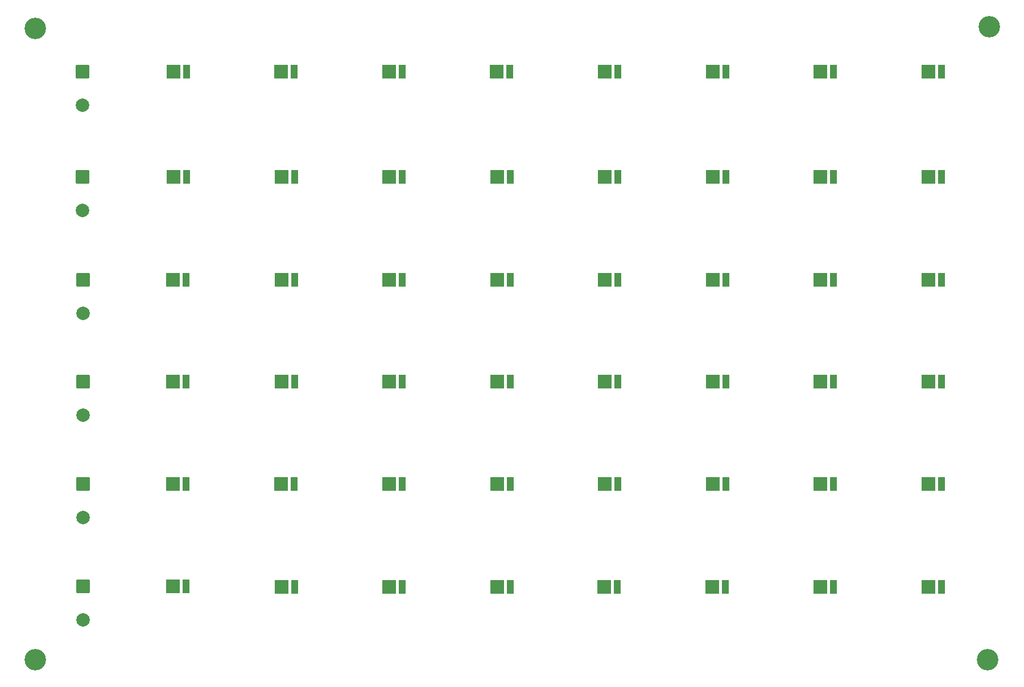
<source format=gbr>
%TF.GenerationSoftware,KiCad,Pcbnew,7.0.9*%
%TF.CreationDate,2023-12-10T21:52:56+01:00*%
%TF.ProjectId,Led Panel,4c656420-5061-46e6-956c-2e6b69636164,rev?*%
%TF.SameCoordinates,Original*%
%TF.FileFunction,Soldermask,Top*%
%TF.FilePolarity,Negative*%
%FSLAX46Y46*%
G04 Gerber Fmt 4.6, Leading zero omitted, Abs format (unit mm)*
G04 Created by KiCad (PCBNEW 7.0.9) date 2023-12-10 21:52:56*
%MOMM*%
%LPD*%
G01*
G04 APERTURE LIST*
G04 Aperture macros list*
%AMRoundRect*
0 Rectangle with rounded corners*
0 $1 Rounding radius*
0 $2 $3 $4 $5 $6 $7 $8 $9 X,Y pos of 4 corners*
0 Add a 4 corners polygon primitive as box body*
4,1,4,$2,$3,$4,$5,$6,$7,$8,$9,$2,$3,0*
0 Add four circle primitives for the rounded corners*
1,1,$1+$1,$2,$3*
1,1,$1+$1,$4,$5*
1,1,$1+$1,$6,$7*
1,1,$1+$1,$8,$9*
0 Add four rect primitives between the rounded corners*
20,1,$1+$1,$2,$3,$4,$5,0*
20,1,$1+$1,$4,$5,$6,$7,0*
20,1,$1+$1,$6,$7,$8,$9,0*
20,1,$1+$1,$8,$9,$2,$3,0*%
G04 Aperture macros list end*
%ADD10R,2.100000X2.100000*%
%ADD11R,1.000000X2.100000*%
%ADD12RoundRect,0.102000X-0.900000X0.900000X-0.900000X-0.900000X0.900000X-0.900000X0.900000X0.900000X0*%
%ADD13C,2.004000*%
%ADD14C,3.200000*%
G04 APERTURE END LIST*
D10*
%TO.C,LED48*%
X179200000Y-106700000D03*
D11*
X181150000Y-106700000D03*
%TD*%
D10*
%TO.C,LED47*%
X163100000Y-106700000D03*
D11*
X165050000Y-106700000D03*
%TD*%
D10*
%TO.C,LED46*%
X147000000Y-106700000D03*
D11*
X148950000Y-106700000D03*
%TD*%
D10*
%TO.C,LED45*%
X130950000Y-106700000D03*
D11*
X132900000Y-106700000D03*
%TD*%
D10*
%TO.C,LED44*%
X114975000Y-106700000D03*
D11*
X116925000Y-106700000D03*
%TD*%
D10*
%TO.C,LED43*%
X98900000Y-106700000D03*
D11*
X100850000Y-106700000D03*
%TD*%
D10*
%TO.C,LED42*%
X82875000Y-106700000D03*
D11*
X84825000Y-106700000D03*
%TD*%
D10*
%TO.C,LED41*%
X66775000Y-106680000D03*
D11*
X68725000Y-106680000D03*
%TD*%
D10*
%TO.C,LED40*%
X179150000Y-91400000D03*
D11*
X181100000Y-91400000D03*
%TD*%
D10*
%TO.C,LED39*%
X163100000Y-91400000D03*
D11*
X165050000Y-91400000D03*
%TD*%
D10*
%TO.C,LED38*%
X147075000Y-91400000D03*
D11*
X149025000Y-91400000D03*
%TD*%
D10*
%TO.C,LED37*%
X130975000Y-91400000D03*
D11*
X132925000Y-91400000D03*
%TD*%
D10*
%TO.C,LED36*%
X114975000Y-91400000D03*
D11*
X116925000Y-91400000D03*
%TD*%
D10*
%TO.C,LED35*%
X98875000Y-91400000D03*
D11*
X100825000Y-91400000D03*
%TD*%
D10*
%TO.C,LED34*%
X82850000Y-91400000D03*
D11*
X84800000Y-91400000D03*
%TD*%
D10*
%TO.C,LED33*%
X66775000Y-91440000D03*
D11*
X68725000Y-91440000D03*
%TD*%
D10*
%TO.C,LED32*%
X179175000Y-76200000D03*
D11*
X181125000Y-76200000D03*
%TD*%
D10*
%TO.C,LED31*%
X163075000Y-76200000D03*
D11*
X165025000Y-76200000D03*
%TD*%
D10*
%TO.C,LED30*%
X147075000Y-76200000D03*
D11*
X149025000Y-76200000D03*
%TD*%
D10*
%TO.C,LED29*%
X130975000Y-76200000D03*
D11*
X132925000Y-76200000D03*
%TD*%
D10*
%TO.C,LED28*%
X114975000Y-76200000D03*
D11*
X116925000Y-76200000D03*
%TD*%
D10*
%TO.C,LED27*%
X98875000Y-76200000D03*
D11*
X100825000Y-76200000D03*
%TD*%
D10*
%TO.C,LED26*%
X82875000Y-76200000D03*
D11*
X84825000Y-76200000D03*
%TD*%
D10*
%TO.C,LED25*%
X66775000Y-76200000D03*
D11*
X68725000Y-76200000D03*
%TD*%
D10*
%TO.C,LED24*%
X179200000Y-61000000D03*
D11*
X181150000Y-61000000D03*
%TD*%
D10*
%TO.C,LED23*%
X163075000Y-61000000D03*
D11*
X165025000Y-61000000D03*
%TD*%
D10*
%TO.C,LED22*%
X147100000Y-61000000D03*
D11*
X149050000Y-61000000D03*
%TD*%
D10*
%TO.C,LED21*%
X131000000Y-61000000D03*
D11*
X132950000Y-61000000D03*
%TD*%
D10*
%TO.C,LED20*%
X114975000Y-61000000D03*
D11*
X116925000Y-61000000D03*
%TD*%
D10*
%TO.C,LED19*%
X98875000Y-61000000D03*
D11*
X100825000Y-61000000D03*
%TD*%
D10*
%TO.C,LED18*%
X82875000Y-61000000D03*
D11*
X84825000Y-61000000D03*
%TD*%
D10*
%TO.C,LED17*%
X66775000Y-61000000D03*
D11*
X68725000Y-61000000D03*
%TD*%
D10*
%TO.C,LED16*%
X179200000Y-45700000D03*
D11*
X181150000Y-45700000D03*
%TD*%
D10*
%TO.C,LED15*%
X163100000Y-45700000D03*
D11*
X165050000Y-45700000D03*
%TD*%
D10*
%TO.C,LED14*%
X147075000Y-45700000D03*
D11*
X149025000Y-45700000D03*
%TD*%
D10*
%TO.C,LED13*%
X130975000Y-45720000D03*
D11*
X132925000Y-45720000D03*
%TD*%
D10*
%TO.C,LED12*%
X115000000Y-45720000D03*
D11*
X116950000Y-45720000D03*
%TD*%
D10*
%TO.C,LED11*%
X98900000Y-45700000D03*
D11*
X100850000Y-45700000D03*
%TD*%
D10*
%TO.C,LED10*%
X82875000Y-45700000D03*
D11*
X84825000Y-45700000D03*
%TD*%
D10*
%TO.C,LED9*%
X66800000Y-45700000D03*
D11*
X68750000Y-45700000D03*
%TD*%
D10*
%TO.C,LED7*%
X163100000Y-30000000D03*
D11*
X165050000Y-30000000D03*
%TD*%
D10*
%TO.C,LED6*%
X147050000Y-30000000D03*
D11*
X149000000Y-30000000D03*
%TD*%
D10*
%TO.C,LED5*%
X131000000Y-30000000D03*
D11*
X132950000Y-30000000D03*
%TD*%
D10*
%TO.C,LED4*%
X114950000Y-30000000D03*
D11*
X116900000Y-30000000D03*
%TD*%
D10*
%TO.C,LED3*%
X98900000Y-30000000D03*
D11*
X100850000Y-30000000D03*
%TD*%
D10*
%TO.C,LED2*%
X82850000Y-30000000D03*
D11*
X84800000Y-30000000D03*
%TD*%
D10*
%TO.C,LED8*%
X179150000Y-30000000D03*
D11*
X181100000Y-30000000D03*
%TD*%
D12*
%TO.C,J6*%
X53340000Y-106680000D03*
D13*
X53340000Y-111680000D03*
%TD*%
D12*
%TO.C,J5*%
X53340000Y-91440000D03*
D13*
X53340000Y-96440000D03*
%TD*%
D12*
%TO.C,J4*%
X53340000Y-76200000D03*
D13*
X53340000Y-81200000D03*
%TD*%
D12*
%TO.C,J3*%
X53340000Y-61040000D03*
D13*
X53340000Y-66040000D03*
%TD*%
D12*
%TO.C,J2*%
X53300000Y-45720000D03*
D13*
X53300000Y-50720000D03*
%TD*%
D12*
%TO.C,J1*%
X53300000Y-30000000D03*
D13*
X53300000Y-35000000D03*
%TD*%
D14*
%TO.C,H3*%
X187960000Y-117602000D03*
%TD*%
%TO.C,H4*%
X46228000Y-117602000D03*
%TD*%
%TO.C,H1*%
X46228000Y-23622000D03*
%TD*%
%TO.C,H2*%
X188214000Y-23368000D03*
%TD*%
D10*
%TO.C,LED1*%
X66800000Y-30000000D03*
D11*
X68750000Y-30000000D03*
%TD*%
M02*

</source>
